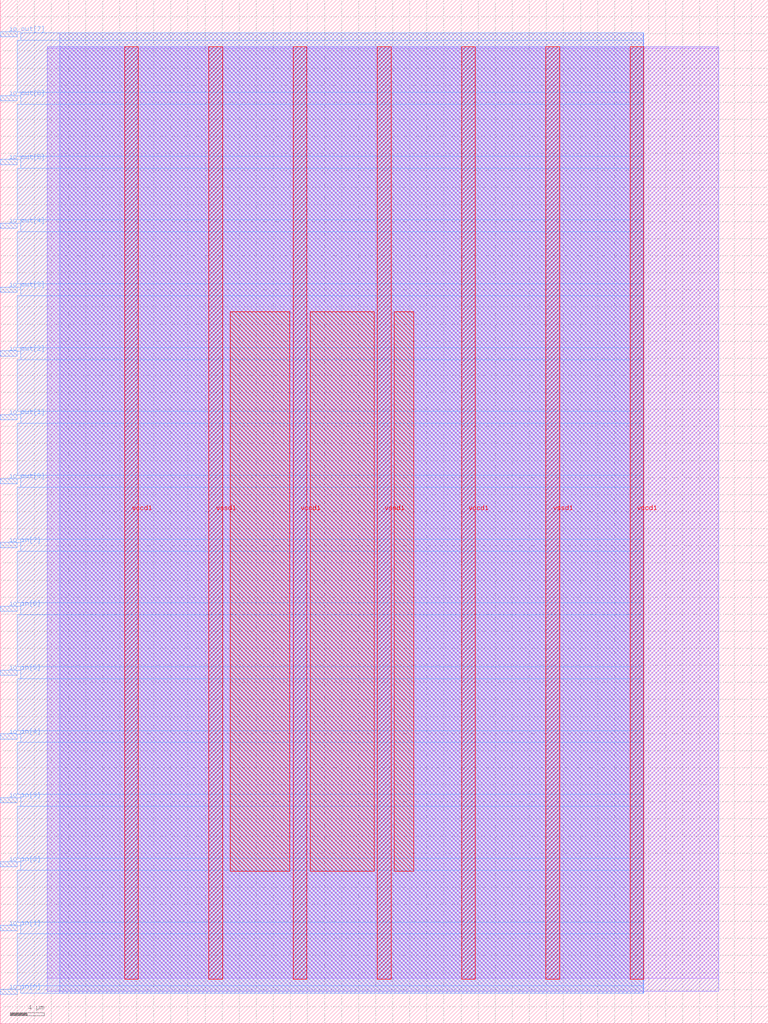
<source format=lef>
VERSION 5.7 ;
  NOWIREEXTENSIONATPIN ON ;
  DIVIDERCHAR "/" ;
  BUSBITCHARS "[]" ;
MACRO user_module_349228308755382868
  CLASS BLOCK ;
  FOREIGN user_module_349228308755382868 ;
  ORIGIN 0.000 0.000 ;
  SIZE 90.000 BY 120.000 ;
  PIN io_in[0]
    DIRECTION INPUT ;
    USE SIGNAL ;
    PORT
      LAYER met3 ;
        RECT 0.000 3.440 2.000 4.040 ;
    END
  END io_in[0]
  PIN io_in[1]
    DIRECTION INPUT ;
    USE SIGNAL ;
    PORT
      LAYER met3 ;
        RECT 0.000 10.920 2.000 11.520 ;
    END
  END io_in[1]
  PIN io_in[2]
    DIRECTION INPUT ;
    USE SIGNAL ;
    PORT
      LAYER met3 ;
        RECT 0.000 18.400 2.000 19.000 ;
    END
  END io_in[2]
  PIN io_in[3]
    DIRECTION INPUT ;
    USE SIGNAL ;
    PORT
      LAYER met3 ;
        RECT 0.000 25.880 2.000 26.480 ;
    END
  END io_in[3]
  PIN io_in[4]
    DIRECTION INPUT ;
    USE SIGNAL ;
    PORT
      LAYER met3 ;
        RECT 0.000 33.360 2.000 33.960 ;
    END
  END io_in[4]
  PIN io_in[5]
    DIRECTION INPUT ;
    USE SIGNAL ;
    PORT
      LAYER met3 ;
        RECT 0.000 40.840 2.000 41.440 ;
    END
  END io_in[5]
  PIN io_in[6]
    DIRECTION INPUT ;
    USE SIGNAL ;
    PORT
      LAYER met3 ;
        RECT 0.000 48.320 2.000 48.920 ;
    END
  END io_in[6]
  PIN io_in[7]
    DIRECTION INPUT ;
    USE SIGNAL ;
    PORT
      LAYER met3 ;
        RECT 0.000 55.800 2.000 56.400 ;
    END
  END io_in[7]
  PIN io_out[0]
    DIRECTION OUTPUT TRISTATE ;
    USE SIGNAL ;
    PORT
      LAYER met3 ;
        RECT 0.000 63.280 2.000 63.880 ;
    END
  END io_out[0]
  PIN io_out[1]
    DIRECTION OUTPUT TRISTATE ;
    USE SIGNAL ;
    PORT
      LAYER met3 ;
        RECT 0.000 70.760 2.000 71.360 ;
    END
  END io_out[1]
  PIN io_out[2]
    DIRECTION OUTPUT TRISTATE ;
    USE SIGNAL ;
    PORT
      LAYER met3 ;
        RECT 0.000 78.240 2.000 78.840 ;
    END
  END io_out[2]
  PIN io_out[3]
    DIRECTION OUTPUT TRISTATE ;
    USE SIGNAL ;
    PORT
      LAYER met3 ;
        RECT 0.000 85.720 2.000 86.320 ;
    END
  END io_out[3]
  PIN io_out[4]
    DIRECTION OUTPUT TRISTATE ;
    USE SIGNAL ;
    PORT
      LAYER met3 ;
        RECT 0.000 93.200 2.000 93.800 ;
    END
  END io_out[4]
  PIN io_out[5]
    DIRECTION OUTPUT TRISTATE ;
    USE SIGNAL ;
    PORT
      LAYER met3 ;
        RECT 0.000 100.680 2.000 101.280 ;
    END
  END io_out[5]
  PIN io_out[6]
    DIRECTION OUTPUT TRISTATE ;
    USE SIGNAL ;
    PORT
      LAYER met3 ;
        RECT 0.000 108.160 2.000 108.760 ;
    END
  END io_out[6]
  PIN io_out[7]
    DIRECTION OUTPUT TRISTATE ;
    USE SIGNAL ;
    PORT
      LAYER met3 ;
        RECT 0.000 115.640 2.000 116.240 ;
    END
  END io_out[7]
  PIN vccd1
    DIRECTION INOUT ;
    USE POWER ;
    PORT
      LAYER met4 ;
        RECT 14.590 5.200 16.190 114.480 ;
    END
    PORT
      LAYER met4 ;
        RECT 34.330 5.200 35.930 114.480 ;
    END
    PORT
      LAYER met4 ;
        RECT 54.070 5.200 55.670 114.480 ;
    END
    PORT
      LAYER met4 ;
        RECT 73.810 5.200 75.410 114.480 ;
    END
  END vccd1
  PIN vssd1
    DIRECTION INOUT ;
    USE GROUND ;
    PORT
      LAYER met4 ;
        RECT 24.460 5.200 26.060 114.480 ;
    END
    PORT
      LAYER met4 ;
        RECT 44.200 5.200 45.800 114.480 ;
    END
    PORT
      LAYER met4 ;
        RECT 63.940 5.200 65.540 114.480 ;
    END
  END vssd1
  OBS
      LAYER li1 ;
        RECT 5.520 5.355 84.180 114.325 ;
      LAYER met1 ;
        RECT 5.520 3.780 84.180 114.480 ;
      LAYER met2 ;
        RECT 7.000 3.555 75.380 116.125 ;
      LAYER met3 ;
        RECT 2.400 115.240 75.400 116.105 ;
        RECT 2.000 109.160 75.400 115.240 ;
        RECT 2.400 107.760 75.400 109.160 ;
        RECT 2.000 101.680 75.400 107.760 ;
        RECT 2.400 100.280 75.400 101.680 ;
        RECT 2.000 94.200 75.400 100.280 ;
        RECT 2.400 92.800 75.400 94.200 ;
        RECT 2.000 86.720 75.400 92.800 ;
        RECT 2.400 85.320 75.400 86.720 ;
        RECT 2.000 79.240 75.400 85.320 ;
        RECT 2.400 77.840 75.400 79.240 ;
        RECT 2.000 71.760 75.400 77.840 ;
        RECT 2.400 70.360 75.400 71.760 ;
        RECT 2.000 64.280 75.400 70.360 ;
        RECT 2.400 62.880 75.400 64.280 ;
        RECT 2.000 56.800 75.400 62.880 ;
        RECT 2.400 55.400 75.400 56.800 ;
        RECT 2.000 49.320 75.400 55.400 ;
        RECT 2.400 47.920 75.400 49.320 ;
        RECT 2.000 41.840 75.400 47.920 ;
        RECT 2.400 40.440 75.400 41.840 ;
        RECT 2.000 34.360 75.400 40.440 ;
        RECT 2.400 32.960 75.400 34.360 ;
        RECT 2.000 26.880 75.400 32.960 ;
        RECT 2.400 25.480 75.400 26.880 ;
        RECT 2.000 19.400 75.400 25.480 ;
        RECT 2.400 18.000 75.400 19.400 ;
        RECT 2.000 11.920 75.400 18.000 ;
        RECT 2.400 10.520 75.400 11.920 ;
        RECT 2.000 4.440 75.400 10.520 ;
        RECT 2.400 3.575 75.400 4.440 ;
      LAYER met4 ;
        RECT 26.975 17.855 33.930 83.465 ;
        RECT 36.330 17.855 43.800 83.465 ;
        RECT 46.200 17.855 48.465 83.465 ;
  END
END user_module_349228308755382868
END LIBRARY


</source>
